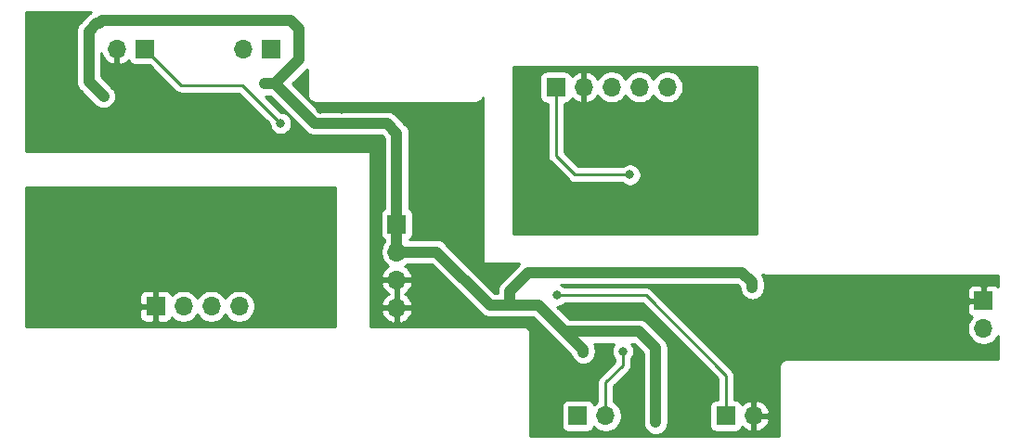
<source format=gbl>
%TF.GenerationSoftware,KiCad,Pcbnew,5.1.6-c6e7f7d~86~ubuntu20.04.1*%
%TF.CreationDate,2020-09-07T12:10:57+02:00*%
%TF.ProjectId,Driver,44726976-6572-42e6-9b69-6361645f7063,rev?*%
%TF.SameCoordinates,Original*%
%TF.FileFunction,Copper,L2,Bot*%
%TF.FilePolarity,Positive*%
%FSLAX46Y46*%
G04 Gerber Fmt 4.6, Leading zero omitted, Abs format (unit mm)*
G04 Created by KiCad (PCBNEW 5.1.6-c6e7f7d~86~ubuntu20.04.1) date 2020-09-07 12:10:57*
%MOMM*%
%LPD*%
G01*
G04 APERTURE LIST*
%TA.AperFunction,ComponentPad*%
%ADD10O,1.700000X1.700000*%
%TD*%
%TA.AperFunction,ComponentPad*%
%ADD11R,1.700000X1.700000*%
%TD*%
%TA.AperFunction,ViaPad*%
%ADD12C,0.800000*%
%TD*%
%TA.AperFunction,Conductor*%
%ADD13C,1.000000*%
%TD*%
%TA.AperFunction,Conductor*%
%ADD14C,0.250000*%
%TD*%
%TA.AperFunction,Conductor*%
%ADD15C,0.254000*%
%TD*%
G04 APERTURE END LIST*
D10*
%TO.P,J2,8*%
%TO.N,+5VD*%
X49120000Y-138500000D03*
D11*
%TO.P,J2,9*%
%TO.N,GNDD*%
X41500000Y-138500000D03*
D10*
%TO.P,J2,3*%
%TO.N,/PWM_H1_D*%
X44040000Y-138500000D03*
%TO.P,J2,4*%
%TO.N,/PWM_L1_D*%
X46580000Y-138500000D03*
%TO.P,J2,5*%
%TO.N,/PWM_H2_D*%
X85620000Y-118500000D03*
%TO.P,J2,6*%
%TO.N,/PWM_L2_D*%
X83080000Y-118500000D03*
%TO.P,J2,9*%
%TO.N,GNDD*%
X80540000Y-118500000D03*
D11*
%TO.P,J2,8*%
%TO.N,+5VD*%
X78000000Y-118500000D03*
D10*
%TO.P,J2,7*%
%TO.N,/N_GND_cmd*%
X88160000Y-118500000D03*
%TO.P,J2,2*%
%TO.N,GNDREF*%
X63500000Y-138620000D03*
D11*
%TO.P,J2,1*%
%TO.N,+15V*%
X63500000Y-131000000D03*
D10*
%TO.P,J2,2*%
%TO.N,GNDREF*%
X63500000Y-136080000D03*
%TO.P,J2,1*%
%TO.N,+15V*%
X63500000Y-133540000D03*
%TD*%
D11*
%TO.P,J1,20*%
%TO.N,/PWM_L2*%
X93500000Y-148500000D03*
D10*
%TO.P,J1,19*%
%TO.N,GNDREF*%
X96040000Y-148500000D03*
D11*
%TO.P,J1,22*%
%TO.N,/PWM_H2*%
X80000000Y-148500000D03*
D10*
%TO.P,J1,21*%
%TO.N,/SW_Node2*%
X82540000Y-148500000D03*
D11*
%TO.P,J1,24*%
%TO.N,/PWM_L1*%
X40500000Y-115000000D03*
D10*
%TO.P,J1,23*%
%TO.N,GNDREF*%
X37960000Y-115000000D03*
D11*
%TO.P,J1,26*%
%TO.N,/PWM_H1*%
X52000000Y-115000000D03*
D10*
%TO.P,J1,25*%
%TO.N,/SW_Node1*%
X49460000Y-115000000D03*
D11*
%TO.P,J1,28*%
%TO.N,GNDREF*%
X117000000Y-138000000D03*
D10*
%TO.P,J1,27*%
%TO.N,/Neutral_GND_cmd*%
X117000000Y-140540000D03*
%TD*%
D12*
%TO.N,GNDD*%
X50500000Y-136000000D03*
X50500000Y-134500000D03*
X41000000Y-134500000D03*
X41000000Y-136000000D03*
X81000000Y-123000000D03*
X81000000Y-124500000D03*
X91000000Y-123000000D03*
X91000000Y-124500000D03*
X93000000Y-123000000D03*
X93000000Y-124500000D03*
X75500000Y-124500000D03*
X75500000Y-123000000D03*
X56500000Y-134500000D03*
X56500000Y-136000000D03*
%TO.N,GNDREF*%
X33000000Y-123500000D03*
X35000000Y-123500000D03*
X37000000Y-123500000D03*
X66000000Y-136000000D03*
X66000000Y-138500000D03*
X68000000Y-138500000D03*
X100500000Y-142000000D03*
X102500000Y-142000000D03*
X104500000Y-142000000D03*
X100500000Y-136500000D03*
X102500000Y-136500000D03*
X104500000Y-136500000D03*
X56500000Y-120500000D03*
X58500000Y-120500000D03*
X66000000Y-131500000D03*
X66000000Y-130000000D03*
%TO.N,+15V*%
X36749969Y-119349969D03*
X51400000Y-118200000D03*
X80500000Y-142700000D03*
X95900000Y-136800000D03*
X87100000Y-149100000D03*
%TO.N,/SW_Node2*%
X84099998Y-142600000D03*
%TO.N,/PWM_L1*%
X52900000Y-121800000D03*
%TO.N,/PWM_L2*%
X78100000Y-137500000D03*
%TO.N,+5VD*%
X84750000Y-126500000D03*
%TD*%
D13*
%TO.N,+15V*%
X63500000Y-133540000D02*
X63500000Y-131000000D01*
X52400000Y-118200000D02*
X51400000Y-118200000D01*
X56000000Y-121800000D02*
X52400000Y-118200000D01*
X62600000Y-121800000D02*
X56000000Y-121800000D01*
X63500000Y-122700000D02*
X62600000Y-121800000D01*
X63500000Y-131000000D02*
X63500000Y-122700000D01*
X35400000Y-118000000D02*
X36749969Y-119349969D01*
X36149970Y-112650030D02*
X35400000Y-113400000D01*
X36349970Y-112650030D02*
X36149970Y-112650030D01*
X36600000Y-112400000D02*
X36349970Y-112650030D01*
X53800000Y-112400000D02*
X36600000Y-112400000D01*
X35400000Y-113400000D02*
X35400000Y-118000000D01*
X54600000Y-113200000D02*
X53800000Y-112400000D01*
X54600000Y-116000000D02*
X54600000Y-113200000D01*
X52400000Y-118200000D02*
X54600000Y-116000000D01*
X63500000Y-133540000D02*
X67140000Y-133540000D01*
X67140000Y-133540000D02*
X72000000Y-138400000D01*
X73800000Y-138400000D02*
X73800000Y-137100000D01*
X72000000Y-138400000D02*
X73800000Y-138400000D01*
X73800000Y-137100000D02*
X75500000Y-135400000D01*
X75500000Y-135400000D02*
X95000000Y-135400000D01*
X95900000Y-136300000D02*
X95900000Y-136800000D01*
X95000000Y-135400000D02*
X95900000Y-136300000D01*
X80500000Y-142500000D02*
X80500000Y-142700000D01*
X73800000Y-138400000D02*
X76400000Y-138400000D01*
X76400000Y-138400000D02*
X78800000Y-140800000D01*
X78800000Y-140800000D02*
X80500000Y-142500000D01*
X87100000Y-142300000D02*
X87100000Y-149100000D01*
X85600000Y-140800000D02*
X87100000Y-142300000D01*
X78800000Y-140800000D02*
X85600000Y-140800000D01*
D14*
%TO.N,/SW_Node2*%
X84100000Y-142600002D02*
X84099998Y-142600000D01*
X84100000Y-143900000D02*
X84100000Y-142600002D01*
X82540000Y-145460000D02*
X84100000Y-143900000D01*
X82540000Y-148500000D02*
X82540000Y-145460000D01*
%TO.N,/PWM_L1*%
X52900000Y-121800000D02*
X49400000Y-118300000D01*
X43800000Y-118300000D02*
X40500000Y-115000000D01*
X49400000Y-118300000D02*
X43800000Y-118300000D01*
%TO.N,/PWM_L2*%
X93500000Y-144800000D02*
X93500000Y-148500000D01*
X86200000Y-137500000D02*
X93500000Y-144800000D01*
X78100000Y-137500000D02*
X86200000Y-137500000D01*
%TO.N,+5VD*%
X84750000Y-126500000D02*
X79750000Y-126500000D01*
X78000000Y-124750000D02*
X78000000Y-118500000D01*
X79750000Y-126500000D02*
X78000000Y-124750000D01*
%TD*%
D15*
%TO.N,GNDREF*%
G36*
X35516347Y-111701746D02*
G01*
X35343521Y-111843581D01*
X35307974Y-111886895D01*
X34636865Y-112558004D01*
X34593551Y-112593551D01*
X34451716Y-112766377D01*
X34346325Y-112963553D01*
X34346324Y-112963554D01*
X34281423Y-113177502D01*
X34259509Y-113400000D01*
X34265000Y-113455752D01*
X34265001Y-117944239D01*
X34259509Y-118000000D01*
X34281423Y-118222498D01*
X34346324Y-118436446D01*
X34381309Y-118501898D01*
X34451717Y-118633623D01*
X34593552Y-118806449D01*
X34636860Y-118841991D01*
X35986825Y-120191957D01*
X36116345Y-120298252D01*
X36313521Y-120403644D01*
X36527469Y-120468545D01*
X36749968Y-120490459D01*
X36972467Y-120468545D01*
X37186415Y-120403644D01*
X37383591Y-120298252D01*
X37556417Y-120156417D01*
X37698252Y-119983591D01*
X37803644Y-119786415D01*
X37868545Y-119572467D01*
X37890459Y-119349968D01*
X37868545Y-119127469D01*
X37803644Y-118913521D01*
X37698252Y-118716345D01*
X37591957Y-118586825D01*
X36535000Y-117529869D01*
X36535000Y-115403352D01*
X36615843Y-115631252D01*
X36764822Y-115881355D01*
X36959731Y-116097588D01*
X37193080Y-116271641D01*
X37455901Y-116396825D01*
X37603110Y-116441476D01*
X37833000Y-116320155D01*
X37833000Y-115127000D01*
X37813000Y-115127000D01*
X37813000Y-114873000D01*
X37833000Y-114873000D01*
X37833000Y-114853000D01*
X38087000Y-114853000D01*
X38087000Y-114873000D01*
X38107000Y-114873000D01*
X38107000Y-115127000D01*
X38087000Y-115127000D01*
X38087000Y-116320155D01*
X38316890Y-116441476D01*
X38464099Y-116396825D01*
X38726920Y-116271641D01*
X38960269Y-116097588D01*
X39036034Y-116013534D01*
X39060498Y-116094180D01*
X39119463Y-116204494D01*
X39198815Y-116301185D01*
X39295506Y-116380537D01*
X39405820Y-116439502D01*
X39525518Y-116475812D01*
X39650000Y-116488072D01*
X40913271Y-116488072D01*
X43236200Y-118811002D01*
X43259999Y-118840001D01*
X43375724Y-118934974D01*
X43507753Y-119005546D01*
X43651014Y-119049003D01*
X43762667Y-119060000D01*
X43762675Y-119060000D01*
X43800000Y-119063676D01*
X43837325Y-119060000D01*
X49085199Y-119060000D01*
X51865000Y-121839803D01*
X51865000Y-121901939D01*
X51904774Y-122101898D01*
X51982795Y-122290256D01*
X52096063Y-122459774D01*
X52240226Y-122603937D01*
X52409744Y-122717205D01*
X52598102Y-122795226D01*
X52798061Y-122835000D01*
X53001939Y-122835000D01*
X53201898Y-122795226D01*
X53390256Y-122717205D01*
X53559774Y-122603937D01*
X53703937Y-122459774D01*
X53817205Y-122290256D01*
X53895226Y-122101898D01*
X53935000Y-121901939D01*
X53935000Y-121698061D01*
X53895226Y-121498102D01*
X53817205Y-121309744D01*
X53703937Y-121140226D01*
X53559774Y-120996063D01*
X53390256Y-120882795D01*
X53201898Y-120804774D01*
X53001939Y-120765000D01*
X52939803Y-120765000D01*
X51509802Y-119335000D01*
X51929869Y-119335000D01*
X55158009Y-122563141D01*
X55193551Y-122606449D01*
X55307542Y-122699999D01*
X55366377Y-122748284D01*
X55563553Y-122853676D01*
X55777501Y-122918577D01*
X56000000Y-122940491D01*
X56055752Y-122935000D01*
X62129869Y-122935000D01*
X62365001Y-123170133D01*
X62365000Y-129582317D01*
X62295506Y-129619463D01*
X62198815Y-129698815D01*
X62119463Y-129795506D01*
X62060498Y-129905820D01*
X62024188Y-130025518D01*
X62011928Y-130150000D01*
X62011928Y-131850000D01*
X62024188Y-131974482D01*
X62060498Y-132094180D01*
X62119463Y-132204494D01*
X62198815Y-132301185D01*
X62295506Y-132380537D01*
X62365000Y-132417683D01*
X62365000Y-132574893D01*
X62346525Y-132593368D01*
X62184010Y-132836589D01*
X62072068Y-133106842D01*
X62015000Y-133393740D01*
X62015000Y-133686260D01*
X62072068Y-133973158D01*
X62184010Y-134243411D01*
X62346525Y-134486632D01*
X62553368Y-134693475D01*
X62735534Y-134815195D01*
X62618645Y-134884822D01*
X62402412Y-135079731D01*
X62228359Y-135313080D01*
X62103175Y-135575901D01*
X62058524Y-135723110D01*
X62179845Y-135953000D01*
X63373000Y-135953000D01*
X63373000Y-135933000D01*
X63627000Y-135933000D01*
X63627000Y-135953000D01*
X64820155Y-135953000D01*
X64941476Y-135723110D01*
X64896825Y-135575901D01*
X64771641Y-135313080D01*
X64597588Y-135079731D01*
X64381355Y-134884822D01*
X64264466Y-134815195D01*
X64446632Y-134693475D01*
X64465107Y-134675000D01*
X66669869Y-134675000D01*
X71158009Y-139163141D01*
X71193551Y-139206449D01*
X71366377Y-139348284D01*
X71537035Y-139439502D01*
X71563553Y-139453676D01*
X71777501Y-139518577D01*
X72000000Y-139540491D01*
X72055751Y-139535000D01*
X73744248Y-139535000D01*
X73800000Y-139540491D01*
X73855751Y-139535000D01*
X75929869Y-139535000D01*
X77958013Y-141563146D01*
X77993551Y-141606449D01*
X78036854Y-141641987D01*
X78036856Y-141641989D01*
X78036867Y-141641998D01*
X79409315Y-143014447D01*
X79446324Y-143136447D01*
X79551716Y-143333623D01*
X79693552Y-143506449D01*
X79866378Y-143648284D01*
X80063554Y-143753676D01*
X80277502Y-143818577D01*
X80500000Y-143840491D01*
X80722499Y-143818577D01*
X80936447Y-143753676D01*
X81133623Y-143648284D01*
X81306449Y-143506449D01*
X81448284Y-143333623D01*
X81553676Y-143136446D01*
X81618577Y-142922498D01*
X81635000Y-142755751D01*
X81635000Y-142555751D01*
X81640491Y-142499999D01*
X81618577Y-142277501D01*
X81553676Y-142063553D01*
X81551776Y-142059999D01*
X81484963Y-141935000D01*
X83301287Y-141935000D01*
X83296061Y-141940226D01*
X83182793Y-142109744D01*
X83104772Y-142298102D01*
X83064998Y-142498061D01*
X83064998Y-142701939D01*
X83104772Y-142901898D01*
X83182793Y-143090256D01*
X83296061Y-143259774D01*
X83340000Y-143303713D01*
X83340000Y-143585198D01*
X82028998Y-144896201D01*
X82000000Y-144919999D01*
X81976202Y-144948997D01*
X81976201Y-144948998D01*
X81905026Y-145035724D01*
X81834454Y-145167754D01*
X81790998Y-145311015D01*
X81776324Y-145460000D01*
X81780001Y-145497332D01*
X81780000Y-147221821D01*
X81593368Y-147346525D01*
X81461513Y-147478380D01*
X81439502Y-147405820D01*
X81380537Y-147295506D01*
X81301185Y-147198815D01*
X81204494Y-147119463D01*
X81094180Y-147060498D01*
X80974482Y-147024188D01*
X80850000Y-147011928D01*
X79150000Y-147011928D01*
X79025518Y-147024188D01*
X78905820Y-147060498D01*
X78795506Y-147119463D01*
X78698815Y-147198815D01*
X78619463Y-147295506D01*
X78560498Y-147405820D01*
X78524188Y-147525518D01*
X78511928Y-147650000D01*
X78511928Y-149350000D01*
X78524188Y-149474482D01*
X78560498Y-149594180D01*
X78619463Y-149704494D01*
X78698815Y-149801185D01*
X78795506Y-149880537D01*
X78905820Y-149939502D01*
X79025518Y-149975812D01*
X79150000Y-149988072D01*
X80850000Y-149988072D01*
X80974482Y-149975812D01*
X81094180Y-149939502D01*
X81204494Y-149880537D01*
X81301185Y-149801185D01*
X81380537Y-149704494D01*
X81439502Y-149594180D01*
X81461513Y-149521620D01*
X81593368Y-149653475D01*
X81836589Y-149815990D01*
X82106842Y-149927932D01*
X82393740Y-149985000D01*
X82686260Y-149985000D01*
X82973158Y-149927932D01*
X83243411Y-149815990D01*
X83486632Y-149653475D01*
X83693475Y-149446632D01*
X83855990Y-149203411D01*
X83967932Y-148933158D01*
X84025000Y-148646260D01*
X84025000Y-148353740D01*
X83967932Y-148066842D01*
X83855990Y-147796589D01*
X83693475Y-147553368D01*
X83486632Y-147346525D01*
X83300000Y-147221822D01*
X83300000Y-145774801D01*
X84611004Y-144463798D01*
X84640001Y-144440001D01*
X84692753Y-144375723D01*
X84734974Y-144324277D01*
X84805546Y-144192247D01*
X84824615Y-144129383D01*
X84849003Y-144048986D01*
X84860000Y-143937333D01*
X84860000Y-143937324D01*
X84863676Y-143900001D01*
X84860000Y-143862678D01*
X84860000Y-143303709D01*
X84903935Y-143259774D01*
X85017203Y-143090256D01*
X85095224Y-142901898D01*
X85134998Y-142701939D01*
X85134998Y-142498061D01*
X85095224Y-142298102D01*
X85017203Y-142109744D01*
X84903935Y-141940226D01*
X84898709Y-141935000D01*
X85129869Y-141935000D01*
X85965000Y-142770132D01*
X85965001Y-149155752D01*
X85981424Y-149322499D01*
X86046325Y-149536447D01*
X86151717Y-149733623D01*
X86293552Y-149906449D01*
X86466378Y-150048284D01*
X86663554Y-150153676D01*
X86877502Y-150218577D01*
X87100000Y-150240491D01*
X87322499Y-150218577D01*
X87536447Y-150153676D01*
X87733623Y-150048284D01*
X87906449Y-149906449D01*
X88048284Y-149733623D01*
X88153676Y-149536447D01*
X88218577Y-149322499D01*
X88235000Y-149155752D01*
X88235000Y-142355741D01*
X88240490Y-142299999D01*
X88235000Y-142244257D01*
X88235000Y-142244248D01*
X88218577Y-142077501D01*
X88153676Y-141863553D01*
X88048284Y-141666377D01*
X87906449Y-141493551D01*
X87863140Y-141458008D01*
X86441996Y-140036865D01*
X86406449Y-139993551D01*
X86233623Y-139851716D01*
X86036447Y-139746324D01*
X85822499Y-139681423D01*
X85655752Y-139665000D01*
X85655751Y-139665000D01*
X85600000Y-139659509D01*
X85544249Y-139665000D01*
X79270133Y-139665000D01*
X78140132Y-138535000D01*
X78201939Y-138535000D01*
X78401898Y-138495226D01*
X78590256Y-138417205D01*
X78759774Y-138303937D01*
X78803711Y-138260000D01*
X85885199Y-138260000D01*
X92740000Y-145114802D01*
X92740001Y-147011928D01*
X92650000Y-147011928D01*
X92525518Y-147024188D01*
X92405820Y-147060498D01*
X92295506Y-147119463D01*
X92198815Y-147198815D01*
X92119463Y-147295506D01*
X92060498Y-147405820D01*
X92024188Y-147525518D01*
X92011928Y-147650000D01*
X92011928Y-149350000D01*
X92024188Y-149474482D01*
X92060498Y-149594180D01*
X92119463Y-149704494D01*
X92198815Y-149801185D01*
X92295506Y-149880537D01*
X92405820Y-149939502D01*
X92525518Y-149975812D01*
X92650000Y-149988072D01*
X94350000Y-149988072D01*
X94474482Y-149975812D01*
X94594180Y-149939502D01*
X94704494Y-149880537D01*
X94801185Y-149801185D01*
X94880537Y-149704494D01*
X94939502Y-149594180D01*
X94963966Y-149513534D01*
X95039731Y-149597588D01*
X95273080Y-149771641D01*
X95535901Y-149896825D01*
X95683110Y-149941476D01*
X95913000Y-149820155D01*
X95913000Y-148627000D01*
X96167000Y-148627000D01*
X96167000Y-149820155D01*
X96396890Y-149941476D01*
X96544099Y-149896825D01*
X96806920Y-149771641D01*
X97040269Y-149597588D01*
X97235178Y-149381355D01*
X97384157Y-149131252D01*
X97481481Y-148856891D01*
X97360814Y-148627000D01*
X96167000Y-148627000D01*
X95913000Y-148627000D01*
X95893000Y-148627000D01*
X95893000Y-148373000D01*
X95913000Y-148373000D01*
X95913000Y-147179845D01*
X96167000Y-147179845D01*
X96167000Y-148373000D01*
X97360814Y-148373000D01*
X97481481Y-148143109D01*
X97384157Y-147868748D01*
X97235178Y-147618645D01*
X97040269Y-147402412D01*
X96806920Y-147228359D01*
X96544099Y-147103175D01*
X96396890Y-147058524D01*
X96167000Y-147179845D01*
X95913000Y-147179845D01*
X95683110Y-147058524D01*
X95535901Y-147103175D01*
X95273080Y-147228359D01*
X95039731Y-147402412D01*
X94963966Y-147486466D01*
X94939502Y-147405820D01*
X94880537Y-147295506D01*
X94801185Y-147198815D01*
X94704494Y-147119463D01*
X94594180Y-147060498D01*
X94474482Y-147024188D01*
X94350000Y-147011928D01*
X94260000Y-147011928D01*
X94260000Y-144837322D01*
X94263676Y-144799999D01*
X94260000Y-144762677D01*
X94260000Y-144762667D01*
X94249003Y-144651014D01*
X94205546Y-144507753D01*
X94184804Y-144468948D01*
X94134974Y-144375723D01*
X94063799Y-144288997D01*
X94040001Y-144259999D01*
X94011004Y-144236202D01*
X86763804Y-136989003D01*
X86740001Y-136959999D01*
X86624276Y-136865026D01*
X86492247Y-136794454D01*
X86348986Y-136750997D01*
X86237333Y-136740000D01*
X86237322Y-136740000D01*
X86200000Y-136736324D01*
X86162678Y-136740000D01*
X78803711Y-136740000D01*
X78759774Y-136696063D01*
X78590256Y-136582795D01*
X78474869Y-136535000D01*
X94529869Y-136535000D01*
X94765000Y-136770132D01*
X94765000Y-136855752D01*
X94781423Y-137022499D01*
X94846324Y-137236447D01*
X94951717Y-137433623D01*
X95093552Y-137606449D01*
X95266378Y-137748284D01*
X95463554Y-137853676D01*
X95677502Y-137918577D01*
X95900000Y-137940491D01*
X96122499Y-137918577D01*
X96336447Y-137853676D01*
X96533623Y-137748284D01*
X96706449Y-137606449D01*
X96848284Y-137433623D01*
X96953676Y-137236446D01*
X96979899Y-137150000D01*
X115511928Y-137150000D01*
X115515000Y-137714250D01*
X115673750Y-137873000D01*
X116873000Y-137873000D01*
X116873000Y-136673750D01*
X116714250Y-136515000D01*
X116150000Y-136511928D01*
X116025518Y-136524188D01*
X115905820Y-136560498D01*
X115795506Y-136619463D01*
X115698815Y-136698815D01*
X115619463Y-136795506D01*
X115560498Y-136905820D01*
X115524188Y-137025518D01*
X115511928Y-137150000D01*
X96979899Y-137150000D01*
X97018577Y-137022498D01*
X97035000Y-136855751D01*
X97035000Y-136355743D01*
X97040490Y-136299999D01*
X97035000Y-136244255D01*
X97035000Y-136244248D01*
X97018577Y-136077501D01*
X97009120Y-136046324D01*
X96982784Y-135959509D01*
X96953676Y-135863553D01*
X96848284Y-135666377D01*
X96823477Y-135636150D01*
X96870617Y-135650450D01*
X96967581Y-135660000D01*
X97000000Y-135663193D01*
X97032419Y-135660000D01*
X118340000Y-135660000D01*
X118340000Y-136746112D01*
X118301185Y-136698815D01*
X118204494Y-136619463D01*
X118094180Y-136560498D01*
X117974482Y-136524188D01*
X117850000Y-136511928D01*
X117285750Y-136515000D01*
X117127000Y-136673750D01*
X117127000Y-137873000D01*
X117147000Y-137873000D01*
X117147000Y-138127000D01*
X117127000Y-138127000D01*
X117127000Y-138147000D01*
X116873000Y-138147000D01*
X116873000Y-138127000D01*
X115673750Y-138127000D01*
X115515000Y-138285750D01*
X115511928Y-138850000D01*
X115524188Y-138974482D01*
X115560498Y-139094180D01*
X115619463Y-139204494D01*
X115698815Y-139301185D01*
X115795506Y-139380537D01*
X115905820Y-139439502D01*
X115978380Y-139461513D01*
X115846525Y-139593368D01*
X115684010Y-139836589D01*
X115572068Y-140106842D01*
X115515000Y-140393740D01*
X115515000Y-140686260D01*
X115572068Y-140973158D01*
X115684010Y-141243411D01*
X115846525Y-141486632D01*
X116053368Y-141693475D01*
X116296589Y-141855990D01*
X116566842Y-141967932D01*
X116853740Y-142025000D01*
X117146260Y-142025000D01*
X117433158Y-141967932D01*
X117703411Y-141855990D01*
X117946632Y-141693475D01*
X118153475Y-141486632D01*
X118315990Y-141243411D01*
X118340001Y-141185444D01*
X118340001Y-143340000D01*
X99032419Y-143340000D01*
X99000000Y-143336807D01*
X98967581Y-143340000D01*
X98870617Y-143349550D01*
X98746207Y-143387290D01*
X98631550Y-143448575D01*
X98531052Y-143531052D01*
X98448575Y-143631550D01*
X98387290Y-143746207D01*
X98349550Y-143870617D01*
X98336807Y-144000000D01*
X98340000Y-144032419D01*
X98340001Y-150340000D01*
X75660000Y-150340000D01*
X75660000Y-141032419D01*
X75663193Y-141000000D01*
X75650450Y-140870617D01*
X75612710Y-140746207D01*
X75551425Y-140631550D01*
X75468948Y-140531052D01*
X75368450Y-140448575D01*
X75253793Y-140387290D01*
X75129383Y-140349550D01*
X75032419Y-140340000D01*
X75000000Y-140336807D01*
X74967581Y-140340000D01*
X61127676Y-140340000D01*
X61127676Y-138976890D01*
X62058524Y-138976890D01*
X62103175Y-139124099D01*
X62228359Y-139386920D01*
X62402412Y-139620269D01*
X62618645Y-139815178D01*
X62868748Y-139964157D01*
X63143109Y-140061481D01*
X63373000Y-139940814D01*
X63373000Y-138747000D01*
X63627000Y-138747000D01*
X63627000Y-139940814D01*
X63856891Y-140061481D01*
X64131252Y-139964157D01*
X64381355Y-139815178D01*
X64597588Y-139620269D01*
X64771641Y-139386920D01*
X64896825Y-139124099D01*
X64941476Y-138976890D01*
X64820155Y-138747000D01*
X63627000Y-138747000D01*
X63373000Y-138747000D01*
X62179845Y-138747000D01*
X62058524Y-138976890D01*
X61127676Y-138976890D01*
X61127676Y-136436890D01*
X62058524Y-136436890D01*
X62103175Y-136584099D01*
X62228359Y-136846920D01*
X62402412Y-137080269D01*
X62618645Y-137275178D01*
X62744255Y-137350000D01*
X62618645Y-137424822D01*
X62402412Y-137619731D01*
X62228359Y-137853080D01*
X62103175Y-138115901D01*
X62058524Y-138263110D01*
X62179845Y-138493000D01*
X63373000Y-138493000D01*
X63373000Y-136207000D01*
X63627000Y-136207000D01*
X63627000Y-138493000D01*
X64820155Y-138493000D01*
X64941476Y-138263110D01*
X64896825Y-138115901D01*
X64771641Y-137853080D01*
X64597588Y-137619731D01*
X64381355Y-137424822D01*
X64255745Y-137350000D01*
X64381355Y-137275178D01*
X64597588Y-137080269D01*
X64771641Y-136846920D01*
X64896825Y-136584099D01*
X64941476Y-136436890D01*
X64820155Y-136207000D01*
X63627000Y-136207000D01*
X63373000Y-136207000D01*
X62179845Y-136207000D01*
X62058524Y-136436890D01*
X61127676Y-136436890D01*
X61127676Y-124500000D01*
X61125236Y-124475224D01*
X61118009Y-124451399D01*
X61106273Y-124429443D01*
X61090479Y-124410197D01*
X61071233Y-124394403D01*
X61049277Y-124382667D01*
X61025452Y-124375440D01*
X61000676Y-124373000D01*
X29660000Y-124373000D01*
X29660000Y-111660000D01*
X35594449Y-111660000D01*
X35516347Y-111701746D01*
G37*
X35516347Y-111701746D02*
X35343521Y-111843581D01*
X35307974Y-111886895D01*
X34636865Y-112558004D01*
X34593551Y-112593551D01*
X34451716Y-112766377D01*
X34346325Y-112963553D01*
X34346324Y-112963554D01*
X34281423Y-113177502D01*
X34259509Y-113400000D01*
X34265000Y-113455752D01*
X34265001Y-117944239D01*
X34259509Y-118000000D01*
X34281423Y-118222498D01*
X34346324Y-118436446D01*
X34381309Y-118501898D01*
X34451717Y-118633623D01*
X34593552Y-118806449D01*
X34636860Y-118841991D01*
X35986825Y-120191957D01*
X36116345Y-120298252D01*
X36313521Y-120403644D01*
X36527469Y-120468545D01*
X36749968Y-120490459D01*
X36972467Y-120468545D01*
X37186415Y-120403644D01*
X37383591Y-120298252D01*
X37556417Y-120156417D01*
X37698252Y-119983591D01*
X37803644Y-119786415D01*
X37868545Y-119572467D01*
X37890459Y-119349968D01*
X37868545Y-119127469D01*
X37803644Y-118913521D01*
X37698252Y-118716345D01*
X37591957Y-118586825D01*
X36535000Y-117529869D01*
X36535000Y-115403352D01*
X36615843Y-115631252D01*
X36764822Y-115881355D01*
X36959731Y-116097588D01*
X37193080Y-116271641D01*
X37455901Y-116396825D01*
X37603110Y-116441476D01*
X37833000Y-116320155D01*
X37833000Y-115127000D01*
X37813000Y-115127000D01*
X37813000Y-114873000D01*
X37833000Y-114873000D01*
X37833000Y-114853000D01*
X38087000Y-114853000D01*
X38087000Y-114873000D01*
X38107000Y-114873000D01*
X38107000Y-115127000D01*
X38087000Y-115127000D01*
X38087000Y-116320155D01*
X38316890Y-116441476D01*
X38464099Y-116396825D01*
X38726920Y-116271641D01*
X38960269Y-116097588D01*
X39036034Y-116013534D01*
X39060498Y-116094180D01*
X39119463Y-116204494D01*
X39198815Y-116301185D01*
X39295506Y-116380537D01*
X39405820Y-116439502D01*
X39525518Y-116475812D01*
X39650000Y-116488072D01*
X40913271Y-116488072D01*
X43236200Y-118811002D01*
X43259999Y-118840001D01*
X43375724Y-118934974D01*
X43507753Y-119005546D01*
X43651014Y-119049003D01*
X43762667Y-119060000D01*
X43762675Y-119060000D01*
X43800000Y-119063676D01*
X43837325Y-119060000D01*
X49085199Y-119060000D01*
X51865000Y-121839803D01*
X51865000Y-121901939D01*
X51904774Y-122101898D01*
X51982795Y-122290256D01*
X52096063Y-122459774D01*
X52240226Y-122603937D01*
X52409744Y-122717205D01*
X52598102Y-122795226D01*
X52798061Y-122835000D01*
X53001939Y-122835000D01*
X53201898Y-122795226D01*
X53390256Y-122717205D01*
X53559774Y-122603937D01*
X53703937Y-122459774D01*
X53817205Y-122290256D01*
X53895226Y-122101898D01*
X53935000Y-121901939D01*
X53935000Y-121698061D01*
X53895226Y-121498102D01*
X53817205Y-121309744D01*
X53703937Y-121140226D01*
X53559774Y-120996063D01*
X53390256Y-120882795D01*
X53201898Y-120804774D01*
X53001939Y-120765000D01*
X52939803Y-120765000D01*
X51509802Y-119335000D01*
X51929869Y-119335000D01*
X55158009Y-122563141D01*
X55193551Y-122606449D01*
X55307542Y-122699999D01*
X55366377Y-122748284D01*
X55563553Y-122853676D01*
X55777501Y-122918577D01*
X56000000Y-122940491D01*
X56055752Y-122935000D01*
X62129869Y-122935000D01*
X62365001Y-123170133D01*
X62365000Y-129582317D01*
X62295506Y-129619463D01*
X62198815Y-129698815D01*
X62119463Y-129795506D01*
X62060498Y-129905820D01*
X62024188Y-130025518D01*
X62011928Y-130150000D01*
X62011928Y-131850000D01*
X62024188Y-131974482D01*
X62060498Y-132094180D01*
X62119463Y-132204494D01*
X62198815Y-132301185D01*
X62295506Y-132380537D01*
X62365000Y-132417683D01*
X62365000Y-132574893D01*
X62346525Y-132593368D01*
X62184010Y-132836589D01*
X62072068Y-133106842D01*
X62015000Y-133393740D01*
X62015000Y-133686260D01*
X62072068Y-133973158D01*
X62184010Y-134243411D01*
X62346525Y-134486632D01*
X62553368Y-134693475D01*
X62735534Y-134815195D01*
X62618645Y-134884822D01*
X62402412Y-135079731D01*
X62228359Y-135313080D01*
X62103175Y-135575901D01*
X62058524Y-135723110D01*
X62179845Y-135953000D01*
X63373000Y-135953000D01*
X63373000Y-135933000D01*
X63627000Y-135933000D01*
X63627000Y-135953000D01*
X64820155Y-135953000D01*
X64941476Y-135723110D01*
X64896825Y-135575901D01*
X64771641Y-135313080D01*
X64597588Y-135079731D01*
X64381355Y-134884822D01*
X64264466Y-134815195D01*
X64446632Y-134693475D01*
X64465107Y-134675000D01*
X66669869Y-134675000D01*
X71158009Y-139163141D01*
X71193551Y-139206449D01*
X71366377Y-139348284D01*
X71537035Y-139439502D01*
X71563553Y-139453676D01*
X71777501Y-139518577D01*
X72000000Y-139540491D01*
X72055751Y-139535000D01*
X73744248Y-139535000D01*
X73800000Y-139540491D01*
X73855751Y-139535000D01*
X75929869Y-139535000D01*
X77958013Y-141563146D01*
X77993551Y-141606449D01*
X78036854Y-141641987D01*
X78036856Y-141641989D01*
X78036867Y-141641998D01*
X79409315Y-143014447D01*
X79446324Y-143136447D01*
X79551716Y-143333623D01*
X79693552Y-143506449D01*
X79866378Y-143648284D01*
X80063554Y-143753676D01*
X80277502Y-143818577D01*
X80500000Y-143840491D01*
X80722499Y-143818577D01*
X80936447Y-143753676D01*
X81133623Y-143648284D01*
X81306449Y-143506449D01*
X81448284Y-143333623D01*
X81553676Y-143136446D01*
X81618577Y-142922498D01*
X81635000Y-142755751D01*
X81635000Y-142555751D01*
X81640491Y-142499999D01*
X81618577Y-142277501D01*
X81553676Y-142063553D01*
X81551776Y-142059999D01*
X81484963Y-141935000D01*
X83301287Y-141935000D01*
X83296061Y-141940226D01*
X83182793Y-142109744D01*
X83104772Y-142298102D01*
X83064998Y-142498061D01*
X83064998Y-142701939D01*
X83104772Y-142901898D01*
X83182793Y-143090256D01*
X83296061Y-143259774D01*
X83340000Y-143303713D01*
X83340000Y-143585198D01*
X82028998Y-144896201D01*
X82000000Y-144919999D01*
X81976202Y-144948997D01*
X81976201Y-144948998D01*
X81905026Y-145035724D01*
X81834454Y-145167754D01*
X81790998Y-145311015D01*
X81776324Y-145460000D01*
X81780001Y-145497332D01*
X81780000Y-147221821D01*
X81593368Y-147346525D01*
X81461513Y-147478380D01*
X81439502Y-147405820D01*
X81380537Y-147295506D01*
X81301185Y-147198815D01*
X81204494Y-147119463D01*
X81094180Y-147060498D01*
X80974482Y-147024188D01*
X80850000Y-147011928D01*
X79150000Y-147011928D01*
X79025518Y-147024188D01*
X78905820Y-147060498D01*
X78795506Y-147119463D01*
X78698815Y-147198815D01*
X78619463Y-147295506D01*
X78560498Y-147405820D01*
X78524188Y-147525518D01*
X78511928Y-147650000D01*
X78511928Y-149350000D01*
X78524188Y-149474482D01*
X78560498Y-149594180D01*
X78619463Y-149704494D01*
X78698815Y-149801185D01*
X78795506Y-149880537D01*
X78905820Y-149939502D01*
X79025518Y-149975812D01*
X79150000Y-149988072D01*
X80850000Y-149988072D01*
X80974482Y-149975812D01*
X81094180Y-149939502D01*
X81204494Y-149880537D01*
X81301185Y-149801185D01*
X81380537Y-149704494D01*
X81439502Y-149594180D01*
X81461513Y-149521620D01*
X81593368Y-149653475D01*
X81836589Y-149815990D01*
X82106842Y-149927932D01*
X82393740Y-149985000D01*
X82686260Y-149985000D01*
X82973158Y-149927932D01*
X83243411Y-149815990D01*
X83486632Y-149653475D01*
X83693475Y-149446632D01*
X83855990Y-149203411D01*
X83967932Y-148933158D01*
X84025000Y-148646260D01*
X84025000Y-148353740D01*
X83967932Y-148066842D01*
X83855990Y-147796589D01*
X83693475Y-147553368D01*
X83486632Y-147346525D01*
X83300000Y-147221822D01*
X83300000Y-145774801D01*
X84611004Y-144463798D01*
X84640001Y-144440001D01*
X84692753Y-144375723D01*
X84734974Y-144324277D01*
X84805546Y-144192247D01*
X84824615Y-144129383D01*
X84849003Y-144048986D01*
X84860000Y-143937333D01*
X84860000Y-143937324D01*
X84863676Y-143900001D01*
X84860000Y-143862678D01*
X84860000Y-143303709D01*
X84903935Y-143259774D01*
X85017203Y-143090256D01*
X85095224Y-142901898D01*
X85134998Y-142701939D01*
X85134998Y-142498061D01*
X85095224Y-142298102D01*
X85017203Y-142109744D01*
X84903935Y-141940226D01*
X84898709Y-141935000D01*
X85129869Y-141935000D01*
X85965000Y-142770132D01*
X85965001Y-149155752D01*
X85981424Y-149322499D01*
X86046325Y-149536447D01*
X86151717Y-149733623D01*
X86293552Y-149906449D01*
X86466378Y-150048284D01*
X86663554Y-150153676D01*
X86877502Y-150218577D01*
X87100000Y-150240491D01*
X87322499Y-150218577D01*
X87536447Y-150153676D01*
X87733623Y-150048284D01*
X87906449Y-149906449D01*
X88048284Y-149733623D01*
X88153676Y-149536447D01*
X88218577Y-149322499D01*
X88235000Y-149155752D01*
X88235000Y-142355741D01*
X88240490Y-142299999D01*
X88235000Y-142244257D01*
X88235000Y-142244248D01*
X88218577Y-142077501D01*
X88153676Y-141863553D01*
X88048284Y-141666377D01*
X87906449Y-141493551D01*
X87863140Y-141458008D01*
X86441996Y-140036865D01*
X86406449Y-139993551D01*
X86233623Y-139851716D01*
X86036447Y-139746324D01*
X85822499Y-139681423D01*
X85655752Y-139665000D01*
X85655751Y-139665000D01*
X85600000Y-139659509D01*
X85544249Y-139665000D01*
X79270133Y-139665000D01*
X78140132Y-138535000D01*
X78201939Y-138535000D01*
X78401898Y-138495226D01*
X78590256Y-138417205D01*
X78759774Y-138303937D01*
X78803711Y-138260000D01*
X85885199Y-138260000D01*
X92740000Y-145114802D01*
X92740001Y-147011928D01*
X92650000Y-147011928D01*
X92525518Y-147024188D01*
X92405820Y-147060498D01*
X92295506Y-147119463D01*
X92198815Y-147198815D01*
X92119463Y-147295506D01*
X92060498Y-147405820D01*
X92024188Y-147525518D01*
X92011928Y-147650000D01*
X92011928Y-149350000D01*
X92024188Y-149474482D01*
X92060498Y-149594180D01*
X92119463Y-149704494D01*
X92198815Y-149801185D01*
X92295506Y-149880537D01*
X92405820Y-149939502D01*
X92525518Y-149975812D01*
X92650000Y-149988072D01*
X94350000Y-149988072D01*
X94474482Y-149975812D01*
X94594180Y-149939502D01*
X94704494Y-149880537D01*
X94801185Y-149801185D01*
X94880537Y-149704494D01*
X94939502Y-149594180D01*
X94963966Y-149513534D01*
X95039731Y-149597588D01*
X95273080Y-149771641D01*
X95535901Y-149896825D01*
X95683110Y-149941476D01*
X95913000Y-149820155D01*
X95913000Y-148627000D01*
X96167000Y-148627000D01*
X96167000Y-149820155D01*
X96396890Y-149941476D01*
X96544099Y-149896825D01*
X96806920Y-149771641D01*
X97040269Y-149597588D01*
X97235178Y-149381355D01*
X97384157Y-149131252D01*
X97481481Y-148856891D01*
X97360814Y-148627000D01*
X96167000Y-148627000D01*
X95913000Y-148627000D01*
X95893000Y-148627000D01*
X95893000Y-148373000D01*
X95913000Y-148373000D01*
X95913000Y-147179845D01*
X96167000Y-147179845D01*
X96167000Y-148373000D01*
X97360814Y-148373000D01*
X97481481Y-148143109D01*
X97384157Y-147868748D01*
X97235178Y-147618645D01*
X97040269Y-147402412D01*
X96806920Y-147228359D01*
X96544099Y-147103175D01*
X96396890Y-147058524D01*
X96167000Y-147179845D01*
X95913000Y-147179845D01*
X95683110Y-147058524D01*
X95535901Y-147103175D01*
X95273080Y-147228359D01*
X95039731Y-147402412D01*
X94963966Y-147486466D01*
X94939502Y-147405820D01*
X94880537Y-147295506D01*
X94801185Y-147198815D01*
X94704494Y-147119463D01*
X94594180Y-147060498D01*
X94474482Y-147024188D01*
X94350000Y-147011928D01*
X94260000Y-147011928D01*
X94260000Y-144837322D01*
X94263676Y-144799999D01*
X94260000Y-144762677D01*
X94260000Y-144762667D01*
X94249003Y-144651014D01*
X94205546Y-144507753D01*
X94184804Y-144468948D01*
X94134974Y-144375723D01*
X94063799Y-144288997D01*
X94040001Y-144259999D01*
X94011004Y-144236202D01*
X86763804Y-136989003D01*
X86740001Y-136959999D01*
X86624276Y-136865026D01*
X86492247Y-136794454D01*
X86348986Y-136750997D01*
X86237333Y-136740000D01*
X86237322Y-136740000D01*
X86200000Y-136736324D01*
X86162678Y-136740000D01*
X78803711Y-136740000D01*
X78759774Y-136696063D01*
X78590256Y-136582795D01*
X78474869Y-136535000D01*
X94529869Y-136535000D01*
X94765000Y-136770132D01*
X94765000Y-136855752D01*
X94781423Y-137022499D01*
X94846324Y-137236447D01*
X94951717Y-137433623D01*
X95093552Y-137606449D01*
X95266378Y-137748284D01*
X95463554Y-137853676D01*
X95677502Y-137918577D01*
X95900000Y-137940491D01*
X96122499Y-137918577D01*
X96336447Y-137853676D01*
X96533623Y-137748284D01*
X96706449Y-137606449D01*
X96848284Y-137433623D01*
X96953676Y-137236446D01*
X96979899Y-137150000D01*
X115511928Y-137150000D01*
X115515000Y-137714250D01*
X115673750Y-137873000D01*
X116873000Y-137873000D01*
X116873000Y-136673750D01*
X116714250Y-136515000D01*
X116150000Y-136511928D01*
X116025518Y-136524188D01*
X115905820Y-136560498D01*
X115795506Y-136619463D01*
X115698815Y-136698815D01*
X115619463Y-136795506D01*
X115560498Y-136905820D01*
X115524188Y-137025518D01*
X115511928Y-137150000D01*
X96979899Y-137150000D01*
X97018577Y-137022498D01*
X97035000Y-136855751D01*
X97035000Y-136355743D01*
X97040490Y-136299999D01*
X97035000Y-136244255D01*
X97035000Y-136244248D01*
X97018577Y-136077501D01*
X97009120Y-136046324D01*
X96982784Y-135959509D01*
X96953676Y-135863553D01*
X96848284Y-135666377D01*
X96823477Y-135636150D01*
X96870617Y-135650450D01*
X96967581Y-135660000D01*
X97000000Y-135663193D01*
X97032419Y-135660000D01*
X118340000Y-135660000D01*
X118340000Y-136746112D01*
X118301185Y-136698815D01*
X118204494Y-136619463D01*
X118094180Y-136560498D01*
X117974482Y-136524188D01*
X117850000Y-136511928D01*
X117285750Y-136515000D01*
X117127000Y-136673750D01*
X117127000Y-137873000D01*
X117147000Y-137873000D01*
X117147000Y-138127000D01*
X117127000Y-138127000D01*
X117127000Y-138147000D01*
X116873000Y-138147000D01*
X116873000Y-138127000D01*
X115673750Y-138127000D01*
X115515000Y-138285750D01*
X115511928Y-138850000D01*
X115524188Y-138974482D01*
X115560498Y-139094180D01*
X115619463Y-139204494D01*
X115698815Y-139301185D01*
X115795506Y-139380537D01*
X115905820Y-139439502D01*
X115978380Y-139461513D01*
X115846525Y-139593368D01*
X115684010Y-139836589D01*
X115572068Y-140106842D01*
X115515000Y-140393740D01*
X115515000Y-140686260D01*
X115572068Y-140973158D01*
X115684010Y-141243411D01*
X115846525Y-141486632D01*
X116053368Y-141693475D01*
X116296589Y-141855990D01*
X116566842Y-141967932D01*
X116853740Y-142025000D01*
X117146260Y-142025000D01*
X117433158Y-141967932D01*
X117703411Y-141855990D01*
X117946632Y-141693475D01*
X118153475Y-141486632D01*
X118315990Y-141243411D01*
X118340001Y-141185444D01*
X118340001Y-143340000D01*
X99032419Y-143340000D01*
X99000000Y-143336807D01*
X98967581Y-143340000D01*
X98870617Y-143349550D01*
X98746207Y-143387290D01*
X98631550Y-143448575D01*
X98531052Y-143531052D01*
X98448575Y-143631550D01*
X98387290Y-143746207D01*
X98349550Y-143870617D01*
X98336807Y-144000000D01*
X98340000Y-144032419D01*
X98340001Y-150340000D01*
X75660000Y-150340000D01*
X75660000Y-141032419D01*
X75663193Y-141000000D01*
X75650450Y-140870617D01*
X75612710Y-140746207D01*
X75551425Y-140631550D01*
X75468948Y-140531052D01*
X75368450Y-140448575D01*
X75253793Y-140387290D01*
X75129383Y-140349550D01*
X75032419Y-140340000D01*
X75000000Y-140336807D01*
X74967581Y-140340000D01*
X61127676Y-140340000D01*
X61127676Y-138976890D01*
X62058524Y-138976890D01*
X62103175Y-139124099D01*
X62228359Y-139386920D01*
X62402412Y-139620269D01*
X62618645Y-139815178D01*
X62868748Y-139964157D01*
X63143109Y-140061481D01*
X63373000Y-139940814D01*
X63373000Y-138747000D01*
X63627000Y-138747000D01*
X63627000Y-139940814D01*
X63856891Y-140061481D01*
X64131252Y-139964157D01*
X64381355Y-139815178D01*
X64597588Y-139620269D01*
X64771641Y-139386920D01*
X64896825Y-139124099D01*
X64941476Y-138976890D01*
X64820155Y-138747000D01*
X63627000Y-138747000D01*
X63373000Y-138747000D01*
X62179845Y-138747000D01*
X62058524Y-138976890D01*
X61127676Y-138976890D01*
X61127676Y-136436890D01*
X62058524Y-136436890D01*
X62103175Y-136584099D01*
X62228359Y-136846920D01*
X62402412Y-137080269D01*
X62618645Y-137275178D01*
X62744255Y-137350000D01*
X62618645Y-137424822D01*
X62402412Y-137619731D01*
X62228359Y-137853080D01*
X62103175Y-138115901D01*
X62058524Y-138263110D01*
X62179845Y-138493000D01*
X63373000Y-138493000D01*
X63373000Y-136207000D01*
X63627000Y-136207000D01*
X63627000Y-138493000D01*
X64820155Y-138493000D01*
X64941476Y-138263110D01*
X64896825Y-138115901D01*
X64771641Y-137853080D01*
X64597588Y-137619731D01*
X64381355Y-137424822D01*
X64255745Y-137350000D01*
X64381355Y-137275178D01*
X64597588Y-137080269D01*
X64771641Y-136846920D01*
X64896825Y-136584099D01*
X64941476Y-136436890D01*
X64820155Y-136207000D01*
X63627000Y-136207000D01*
X63373000Y-136207000D01*
X62179845Y-136207000D01*
X62058524Y-136436890D01*
X61127676Y-136436890D01*
X61127676Y-124500000D01*
X61125236Y-124475224D01*
X61118009Y-124451399D01*
X61106273Y-124429443D01*
X61090479Y-124410197D01*
X61071233Y-124394403D01*
X61049277Y-124382667D01*
X61025452Y-124375440D01*
X61000676Y-124373000D01*
X29660000Y-124373000D01*
X29660000Y-111660000D01*
X35594449Y-111660000D01*
X35516347Y-111701746D01*
G36*
X55340000Y-119217580D02*
G01*
X55336807Y-119250000D01*
X55349550Y-119379383D01*
X55387290Y-119503793D01*
X55448575Y-119618450D01*
X55519190Y-119704494D01*
X55531052Y-119718948D01*
X55631550Y-119801425D01*
X55746207Y-119862710D01*
X55870617Y-119900450D01*
X56000000Y-119913193D01*
X56032419Y-119910000D01*
X70717581Y-119910000D01*
X70750000Y-119913193D01*
X70782419Y-119910000D01*
X70879383Y-119900450D01*
X71003793Y-119862710D01*
X71118450Y-119801425D01*
X71218948Y-119718948D01*
X71301425Y-119618450D01*
X71362710Y-119503793D01*
X71373676Y-119467644D01*
X71373676Y-134500000D01*
X71376116Y-134524776D01*
X71383343Y-134548601D01*
X71395079Y-134570557D01*
X71410873Y-134589803D01*
X71430119Y-134605597D01*
X71452075Y-134617333D01*
X71475900Y-134624560D01*
X71500676Y-134627000D01*
X74666101Y-134627000D01*
X74658009Y-134636860D01*
X73036860Y-136258009D01*
X72993552Y-136293551D01*
X72851717Y-136466377D01*
X72746324Y-136663553D01*
X72681423Y-136877501D01*
X72681423Y-136877502D01*
X72659509Y-137100000D01*
X72665000Y-137155751D01*
X72665000Y-137265000D01*
X72470132Y-137265000D01*
X67981996Y-132776865D01*
X67946449Y-132733551D01*
X67773623Y-132591716D01*
X67576447Y-132486324D01*
X67362499Y-132421423D01*
X67195752Y-132405000D01*
X67195751Y-132405000D01*
X67140000Y-132399509D01*
X67084249Y-132405000D01*
X64658728Y-132405000D01*
X64704494Y-132380537D01*
X64801185Y-132301185D01*
X64880537Y-132204494D01*
X64939502Y-132094180D01*
X64975812Y-131974482D01*
X64988072Y-131850000D01*
X64988072Y-130150000D01*
X64975812Y-130025518D01*
X64939502Y-129905820D01*
X64880537Y-129795506D01*
X64801185Y-129698815D01*
X64704494Y-129619463D01*
X64635000Y-129582317D01*
X64635000Y-122755743D01*
X64640490Y-122699999D01*
X64635000Y-122644255D01*
X64635000Y-122644248D01*
X64618577Y-122477501D01*
X64553676Y-122263553D01*
X64448284Y-122066377D01*
X64306449Y-121893551D01*
X64263140Y-121858008D01*
X63441995Y-121036864D01*
X63406449Y-120993551D01*
X63233623Y-120851716D01*
X63036447Y-120746324D01*
X62822499Y-120681423D01*
X62655752Y-120665000D01*
X62655751Y-120665000D01*
X62600000Y-120659509D01*
X62544249Y-120665000D01*
X56470132Y-120665000D01*
X54005131Y-118200000D01*
X55340001Y-116865131D01*
X55340000Y-119217580D01*
G37*
X55340000Y-119217580D02*
X55336807Y-119250000D01*
X55349550Y-119379383D01*
X55387290Y-119503793D01*
X55448575Y-119618450D01*
X55519190Y-119704494D01*
X55531052Y-119718948D01*
X55631550Y-119801425D01*
X55746207Y-119862710D01*
X55870617Y-119900450D01*
X56000000Y-119913193D01*
X56032419Y-119910000D01*
X70717581Y-119910000D01*
X70750000Y-119913193D01*
X70782419Y-119910000D01*
X70879383Y-119900450D01*
X71003793Y-119862710D01*
X71118450Y-119801425D01*
X71218948Y-119718948D01*
X71301425Y-119618450D01*
X71362710Y-119503793D01*
X71373676Y-119467644D01*
X71373676Y-134500000D01*
X71376116Y-134524776D01*
X71383343Y-134548601D01*
X71395079Y-134570557D01*
X71410873Y-134589803D01*
X71430119Y-134605597D01*
X71452075Y-134617333D01*
X71475900Y-134624560D01*
X71500676Y-134627000D01*
X74666101Y-134627000D01*
X74658009Y-134636860D01*
X73036860Y-136258009D01*
X72993552Y-136293551D01*
X72851717Y-136466377D01*
X72746324Y-136663553D01*
X72681423Y-136877501D01*
X72681423Y-136877502D01*
X72659509Y-137100000D01*
X72665000Y-137155751D01*
X72665000Y-137265000D01*
X72470132Y-137265000D01*
X67981996Y-132776865D01*
X67946449Y-132733551D01*
X67773623Y-132591716D01*
X67576447Y-132486324D01*
X67362499Y-132421423D01*
X67195752Y-132405000D01*
X67195751Y-132405000D01*
X67140000Y-132399509D01*
X67084249Y-132405000D01*
X64658728Y-132405000D01*
X64704494Y-132380537D01*
X64801185Y-132301185D01*
X64880537Y-132204494D01*
X64939502Y-132094180D01*
X64975812Y-131974482D01*
X64988072Y-131850000D01*
X64988072Y-130150000D01*
X64975812Y-130025518D01*
X64939502Y-129905820D01*
X64880537Y-129795506D01*
X64801185Y-129698815D01*
X64704494Y-129619463D01*
X64635000Y-129582317D01*
X64635000Y-122755743D01*
X64640490Y-122699999D01*
X64635000Y-122644255D01*
X64635000Y-122644248D01*
X64618577Y-122477501D01*
X64553676Y-122263553D01*
X64448284Y-122066377D01*
X64306449Y-121893551D01*
X64263140Y-121858008D01*
X63441995Y-121036864D01*
X63406449Y-120993551D01*
X63233623Y-120851716D01*
X63036447Y-120746324D01*
X62822499Y-120681423D01*
X62655752Y-120665000D01*
X62655751Y-120665000D01*
X62600000Y-120659509D01*
X62544249Y-120665000D01*
X56470132Y-120665000D01*
X54005131Y-118200000D01*
X55340001Y-116865131D01*
X55340000Y-119217580D01*
%TO.N,GNDD*%
G36*
X57873000Y-140340000D02*
G01*
X29660000Y-140340000D01*
X29660000Y-139350000D01*
X40011928Y-139350000D01*
X40024188Y-139474482D01*
X40060498Y-139594180D01*
X40119463Y-139704494D01*
X40198815Y-139801185D01*
X40295506Y-139880537D01*
X40405820Y-139939502D01*
X40525518Y-139975812D01*
X40650000Y-139988072D01*
X41214250Y-139985000D01*
X41373000Y-139826250D01*
X41373000Y-138627000D01*
X40173750Y-138627000D01*
X40015000Y-138785750D01*
X40011928Y-139350000D01*
X29660000Y-139350000D01*
X29660000Y-137650000D01*
X40011928Y-137650000D01*
X40015000Y-138214250D01*
X40173750Y-138373000D01*
X41373000Y-138373000D01*
X41373000Y-137173750D01*
X41627000Y-137173750D01*
X41627000Y-138373000D01*
X41647000Y-138373000D01*
X41647000Y-138627000D01*
X41627000Y-138627000D01*
X41627000Y-139826250D01*
X41785750Y-139985000D01*
X42350000Y-139988072D01*
X42474482Y-139975812D01*
X42594180Y-139939502D01*
X42704494Y-139880537D01*
X42801185Y-139801185D01*
X42880537Y-139704494D01*
X42939502Y-139594180D01*
X42961513Y-139521620D01*
X43093368Y-139653475D01*
X43336589Y-139815990D01*
X43606842Y-139927932D01*
X43893740Y-139985000D01*
X44186260Y-139985000D01*
X44473158Y-139927932D01*
X44743411Y-139815990D01*
X44986632Y-139653475D01*
X45193475Y-139446632D01*
X45310000Y-139272240D01*
X45426525Y-139446632D01*
X45633368Y-139653475D01*
X45876589Y-139815990D01*
X46146842Y-139927932D01*
X46433740Y-139985000D01*
X46726260Y-139985000D01*
X47013158Y-139927932D01*
X47283411Y-139815990D01*
X47526632Y-139653475D01*
X47733475Y-139446632D01*
X47850000Y-139272240D01*
X47966525Y-139446632D01*
X48173368Y-139653475D01*
X48416589Y-139815990D01*
X48686842Y-139927932D01*
X48973740Y-139985000D01*
X49266260Y-139985000D01*
X49553158Y-139927932D01*
X49823411Y-139815990D01*
X50066632Y-139653475D01*
X50273475Y-139446632D01*
X50435990Y-139203411D01*
X50547932Y-138933158D01*
X50605000Y-138646260D01*
X50605000Y-138353740D01*
X50547932Y-138066842D01*
X50435990Y-137796589D01*
X50273475Y-137553368D01*
X50066632Y-137346525D01*
X49823411Y-137184010D01*
X49553158Y-137072068D01*
X49266260Y-137015000D01*
X48973740Y-137015000D01*
X48686842Y-137072068D01*
X48416589Y-137184010D01*
X48173368Y-137346525D01*
X47966525Y-137553368D01*
X47850000Y-137727760D01*
X47733475Y-137553368D01*
X47526632Y-137346525D01*
X47283411Y-137184010D01*
X47013158Y-137072068D01*
X46726260Y-137015000D01*
X46433740Y-137015000D01*
X46146842Y-137072068D01*
X45876589Y-137184010D01*
X45633368Y-137346525D01*
X45426525Y-137553368D01*
X45310000Y-137727760D01*
X45193475Y-137553368D01*
X44986632Y-137346525D01*
X44743411Y-137184010D01*
X44473158Y-137072068D01*
X44186260Y-137015000D01*
X43893740Y-137015000D01*
X43606842Y-137072068D01*
X43336589Y-137184010D01*
X43093368Y-137346525D01*
X42961513Y-137478380D01*
X42939502Y-137405820D01*
X42880537Y-137295506D01*
X42801185Y-137198815D01*
X42704494Y-137119463D01*
X42594180Y-137060498D01*
X42474482Y-137024188D01*
X42350000Y-137011928D01*
X41785750Y-137015000D01*
X41627000Y-137173750D01*
X41373000Y-137173750D01*
X41214250Y-137015000D01*
X40650000Y-137011928D01*
X40525518Y-137024188D01*
X40405820Y-137060498D01*
X40295506Y-137119463D01*
X40198815Y-137198815D01*
X40119463Y-137295506D01*
X40060498Y-137405820D01*
X40024188Y-137525518D01*
X40011928Y-137650000D01*
X29660000Y-137650000D01*
X29660000Y-127627000D01*
X57873000Y-127627000D01*
X57873000Y-140340000D01*
G37*
X57873000Y-140340000D02*
X29660000Y-140340000D01*
X29660000Y-139350000D01*
X40011928Y-139350000D01*
X40024188Y-139474482D01*
X40060498Y-139594180D01*
X40119463Y-139704494D01*
X40198815Y-139801185D01*
X40295506Y-139880537D01*
X40405820Y-139939502D01*
X40525518Y-139975812D01*
X40650000Y-139988072D01*
X41214250Y-139985000D01*
X41373000Y-139826250D01*
X41373000Y-138627000D01*
X40173750Y-138627000D01*
X40015000Y-138785750D01*
X40011928Y-139350000D01*
X29660000Y-139350000D01*
X29660000Y-137650000D01*
X40011928Y-137650000D01*
X40015000Y-138214250D01*
X40173750Y-138373000D01*
X41373000Y-138373000D01*
X41373000Y-137173750D01*
X41627000Y-137173750D01*
X41627000Y-138373000D01*
X41647000Y-138373000D01*
X41647000Y-138627000D01*
X41627000Y-138627000D01*
X41627000Y-139826250D01*
X41785750Y-139985000D01*
X42350000Y-139988072D01*
X42474482Y-139975812D01*
X42594180Y-139939502D01*
X42704494Y-139880537D01*
X42801185Y-139801185D01*
X42880537Y-139704494D01*
X42939502Y-139594180D01*
X42961513Y-139521620D01*
X43093368Y-139653475D01*
X43336589Y-139815990D01*
X43606842Y-139927932D01*
X43893740Y-139985000D01*
X44186260Y-139985000D01*
X44473158Y-139927932D01*
X44743411Y-139815990D01*
X44986632Y-139653475D01*
X45193475Y-139446632D01*
X45310000Y-139272240D01*
X45426525Y-139446632D01*
X45633368Y-139653475D01*
X45876589Y-139815990D01*
X46146842Y-139927932D01*
X46433740Y-139985000D01*
X46726260Y-139985000D01*
X47013158Y-139927932D01*
X47283411Y-139815990D01*
X47526632Y-139653475D01*
X47733475Y-139446632D01*
X47850000Y-139272240D01*
X47966525Y-139446632D01*
X48173368Y-139653475D01*
X48416589Y-139815990D01*
X48686842Y-139927932D01*
X48973740Y-139985000D01*
X49266260Y-139985000D01*
X49553158Y-139927932D01*
X49823411Y-139815990D01*
X50066632Y-139653475D01*
X50273475Y-139446632D01*
X50435990Y-139203411D01*
X50547932Y-138933158D01*
X50605000Y-138646260D01*
X50605000Y-138353740D01*
X50547932Y-138066842D01*
X50435990Y-137796589D01*
X50273475Y-137553368D01*
X50066632Y-137346525D01*
X49823411Y-137184010D01*
X49553158Y-137072068D01*
X49266260Y-137015000D01*
X48973740Y-137015000D01*
X48686842Y-137072068D01*
X48416589Y-137184010D01*
X48173368Y-137346525D01*
X47966525Y-137553368D01*
X47850000Y-137727760D01*
X47733475Y-137553368D01*
X47526632Y-137346525D01*
X47283411Y-137184010D01*
X47013158Y-137072068D01*
X46726260Y-137015000D01*
X46433740Y-137015000D01*
X46146842Y-137072068D01*
X45876589Y-137184010D01*
X45633368Y-137346525D01*
X45426525Y-137553368D01*
X45310000Y-137727760D01*
X45193475Y-137553368D01*
X44986632Y-137346525D01*
X44743411Y-137184010D01*
X44473158Y-137072068D01*
X44186260Y-137015000D01*
X43893740Y-137015000D01*
X43606842Y-137072068D01*
X43336589Y-137184010D01*
X43093368Y-137346525D01*
X42961513Y-137478380D01*
X42939502Y-137405820D01*
X42880537Y-137295506D01*
X42801185Y-137198815D01*
X42704494Y-137119463D01*
X42594180Y-137060498D01*
X42474482Y-137024188D01*
X42350000Y-137011928D01*
X41785750Y-137015000D01*
X41627000Y-137173750D01*
X41373000Y-137173750D01*
X41214250Y-137015000D01*
X40650000Y-137011928D01*
X40525518Y-137024188D01*
X40405820Y-137060498D01*
X40295506Y-137119463D01*
X40198815Y-137198815D01*
X40119463Y-137295506D01*
X40060498Y-137405820D01*
X40024188Y-137525518D01*
X40011928Y-137650000D01*
X29660000Y-137650000D01*
X29660000Y-127627000D01*
X57873000Y-127627000D01*
X57873000Y-140340000D01*
G36*
X96340001Y-131873000D02*
G01*
X74127000Y-131873000D01*
X74127000Y-117650000D01*
X76511928Y-117650000D01*
X76511928Y-119350000D01*
X76524188Y-119474482D01*
X76560498Y-119594180D01*
X76619463Y-119704494D01*
X76698815Y-119801185D01*
X76795506Y-119880537D01*
X76905820Y-119939502D01*
X77025518Y-119975812D01*
X77150000Y-119988072D01*
X77240001Y-119988072D01*
X77240000Y-124712677D01*
X77236324Y-124750000D01*
X77240000Y-124787322D01*
X77240000Y-124787332D01*
X77250997Y-124898985D01*
X77294454Y-125042246D01*
X77365026Y-125174276D01*
X77404871Y-125222826D01*
X77459999Y-125290001D01*
X77489003Y-125313804D01*
X79186201Y-127011003D01*
X79209999Y-127040001D01*
X79325724Y-127134974D01*
X79457753Y-127205546D01*
X79601014Y-127249003D01*
X79712667Y-127260000D01*
X79712675Y-127260000D01*
X79750000Y-127263676D01*
X79787325Y-127260000D01*
X84046289Y-127260000D01*
X84090226Y-127303937D01*
X84259744Y-127417205D01*
X84448102Y-127495226D01*
X84648061Y-127535000D01*
X84851939Y-127535000D01*
X85051898Y-127495226D01*
X85240256Y-127417205D01*
X85409774Y-127303937D01*
X85553937Y-127159774D01*
X85667205Y-126990256D01*
X85745226Y-126801898D01*
X85785000Y-126601939D01*
X85785000Y-126398061D01*
X85745226Y-126198102D01*
X85667205Y-126009744D01*
X85553937Y-125840226D01*
X85409774Y-125696063D01*
X85240256Y-125582795D01*
X85051898Y-125504774D01*
X84851939Y-125465000D01*
X84648061Y-125465000D01*
X84448102Y-125504774D01*
X84259744Y-125582795D01*
X84090226Y-125696063D01*
X84046289Y-125740000D01*
X80064802Y-125740000D01*
X78760000Y-124435199D01*
X78760000Y-119988072D01*
X78850000Y-119988072D01*
X78974482Y-119975812D01*
X79094180Y-119939502D01*
X79204494Y-119880537D01*
X79301185Y-119801185D01*
X79380537Y-119704494D01*
X79439502Y-119594180D01*
X79463966Y-119513534D01*
X79539731Y-119597588D01*
X79773080Y-119771641D01*
X80035901Y-119896825D01*
X80183110Y-119941476D01*
X80413000Y-119820155D01*
X80413000Y-118627000D01*
X80393000Y-118627000D01*
X80393000Y-118373000D01*
X80413000Y-118373000D01*
X80413000Y-117179845D01*
X80667000Y-117179845D01*
X80667000Y-118373000D01*
X80687000Y-118373000D01*
X80687000Y-118627000D01*
X80667000Y-118627000D01*
X80667000Y-119820155D01*
X80896890Y-119941476D01*
X81044099Y-119896825D01*
X81306920Y-119771641D01*
X81540269Y-119597588D01*
X81735178Y-119381355D01*
X81804805Y-119264466D01*
X81926525Y-119446632D01*
X82133368Y-119653475D01*
X82376589Y-119815990D01*
X82646842Y-119927932D01*
X82933740Y-119985000D01*
X83226260Y-119985000D01*
X83513158Y-119927932D01*
X83783411Y-119815990D01*
X84026632Y-119653475D01*
X84233475Y-119446632D01*
X84350000Y-119272240D01*
X84466525Y-119446632D01*
X84673368Y-119653475D01*
X84916589Y-119815990D01*
X85186842Y-119927932D01*
X85473740Y-119985000D01*
X85766260Y-119985000D01*
X86053158Y-119927932D01*
X86323411Y-119815990D01*
X86566632Y-119653475D01*
X86773475Y-119446632D01*
X86890000Y-119272240D01*
X87006525Y-119446632D01*
X87213368Y-119653475D01*
X87456589Y-119815990D01*
X87726842Y-119927932D01*
X88013740Y-119985000D01*
X88306260Y-119985000D01*
X88593158Y-119927932D01*
X88863411Y-119815990D01*
X89106632Y-119653475D01*
X89313475Y-119446632D01*
X89475990Y-119203411D01*
X89587932Y-118933158D01*
X89645000Y-118646260D01*
X89645000Y-118353740D01*
X89587932Y-118066842D01*
X89475990Y-117796589D01*
X89313475Y-117553368D01*
X89106632Y-117346525D01*
X88863411Y-117184010D01*
X88593158Y-117072068D01*
X88306260Y-117015000D01*
X88013740Y-117015000D01*
X87726842Y-117072068D01*
X87456589Y-117184010D01*
X87213368Y-117346525D01*
X87006525Y-117553368D01*
X86890000Y-117727760D01*
X86773475Y-117553368D01*
X86566632Y-117346525D01*
X86323411Y-117184010D01*
X86053158Y-117072068D01*
X85766260Y-117015000D01*
X85473740Y-117015000D01*
X85186842Y-117072068D01*
X84916589Y-117184010D01*
X84673368Y-117346525D01*
X84466525Y-117553368D01*
X84350000Y-117727760D01*
X84233475Y-117553368D01*
X84026632Y-117346525D01*
X83783411Y-117184010D01*
X83513158Y-117072068D01*
X83226260Y-117015000D01*
X82933740Y-117015000D01*
X82646842Y-117072068D01*
X82376589Y-117184010D01*
X82133368Y-117346525D01*
X81926525Y-117553368D01*
X81804805Y-117735534D01*
X81735178Y-117618645D01*
X81540269Y-117402412D01*
X81306920Y-117228359D01*
X81044099Y-117103175D01*
X80896890Y-117058524D01*
X80667000Y-117179845D01*
X80413000Y-117179845D01*
X80183110Y-117058524D01*
X80035901Y-117103175D01*
X79773080Y-117228359D01*
X79539731Y-117402412D01*
X79463966Y-117486466D01*
X79439502Y-117405820D01*
X79380537Y-117295506D01*
X79301185Y-117198815D01*
X79204494Y-117119463D01*
X79094180Y-117060498D01*
X78974482Y-117024188D01*
X78850000Y-117011928D01*
X77150000Y-117011928D01*
X77025518Y-117024188D01*
X76905820Y-117060498D01*
X76795506Y-117119463D01*
X76698815Y-117198815D01*
X76619463Y-117295506D01*
X76560498Y-117405820D01*
X76524188Y-117525518D01*
X76511928Y-117650000D01*
X74127000Y-117650000D01*
X74127000Y-116660000D01*
X96340000Y-116660000D01*
X96340001Y-131873000D01*
G37*
X96340001Y-131873000D02*
X74127000Y-131873000D01*
X74127000Y-117650000D01*
X76511928Y-117650000D01*
X76511928Y-119350000D01*
X76524188Y-119474482D01*
X76560498Y-119594180D01*
X76619463Y-119704494D01*
X76698815Y-119801185D01*
X76795506Y-119880537D01*
X76905820Y-119939502D01*
X77025518Y-119975812D01*
X77150000Y-119988072D01*
X77240001Y-119988072D01*
X77240000Y-124712677D01*
X77236324Y-124750000D01*
X77240000Y-124787322D01*
X77240000Y-124787332D01*
X77250997Y-124898985D01*
X77294454Y-125042246D01*
X77365026Y-125174276D01*
X77404871Y-125222826D01*
X77459999Y-125290001D01*
X77489003Y-125313804D01*
X79186201Y-127011003D01*
X79209999Y-127040001D01*
X79325724Y-127134974D01*
X79457753Y-127205546D01*
X79601014Y-127249003D01*
X79712667Y-127260000D01*
X79712675Y-127260000D01*
X79750000Y-127263676D01*
X79787325Y-127260000D01*
X84046289Y-127260000D01*
X84090226Y-127303937D01*
X84259744Y-127417205D01*
X84448102Y-127495226D01*
X84648061Y-127535000D01*
X84851939Y-127535000D01*
X85051898Y-127495226D01*
X85240256Y-127417205D01*
X85409774Y-127303937D01*
X85553937Y-127159774D01*
X85667205Y-126990256D01*
X85745226Y-126801898D01*
X85785000Y-126601939D01*
X85785000Y-126398061D01*
X85745226Y-126198102D01*
X85667205Y-126009744D01*
X85553937Y-125840226D01*
X85409774Y-125696063D01*
X85240256Y-125582795D01*
X85051898Y-125504774D01*
X84851939Y-125465000D01*
X84648061Y-125465000D01*
X84448102Y-125504774D01*
X84259744Y-125582795D01*
X84090226Y-125696063D01*
X84046289Y-125740000D01*
X80064802Y-125740000D01*
X78760000Y-124435199D01*
X78760000Y-119988072D01*
X78850000Y-119988072D01*
X78974482Y-119975812D01*
X79094180Y-119939502D01*
X79204494Y-119880537D01*
X79301185Y-119801185D01*
X79380537Y-119704494D01*
X79439502Y-119594180D01*
X79463966Y-119513534D01*
X79539731Y-119597588D01*
X79773080Y-119771641D01*
X80035901Y-119896825D01*
X80183110Y-119941476D01*
X80413000Y-119820155D01*
X80413000Y-118627000D01*
X80393000Y-118627000D01*
X80393000Y-118373000D01*
X80413000Y-118373000D01*
X80413000Y-117179845D01*
X80667000Y-117179845D01*
X80667000Y-118373000D01*
X80687000Y-118373000D01*
X80687000Y-118627000D01*
X80667000Y-118627000D01*
X80667000Y-119820155D01*
X80896890Y-119941476D01*
X81044099Y-119896825D01*
X81306920Y-119771641D01*
X81540269Y-119597588D01*
X81735178Y-119381355D01*
X81804805Y-119264466D01*
X81926525Y-119446632D01*
X82133368Y-119653475D01*
X82376589Y-119815990D01*
X82646842Y-119927932D01*
X82933740Y-119985000D01*
X83226260Y-119985000D01*
X83513158Y-119927932D01*
X83783411Y-119815990D01*
X84026632Y-119653475D01*
X84233475Y-119446632D01*
X84350000Y-119272240D01*
X84466525Y-119446632D01*
X84673368Y-119653475D01*
X84916589Y-119815990D01*
X85186842Y-119927932D01*
X85473740Y-119985000D01*
X85766260Y-119985000D01*
X86053158Y-119927932D01*
X86323411Y-119815990D01*
X86566632Y-119653475D01*
X86773475Y-119446632D01*
X86890000Y-119272240D01*
X87006525Y-119446632D01*
X87213368Y-119653475D01*
X87456589Y-119815990D01*
X87726842Y-119927932D01*
X88013740Y-119985000D01*
X88306260Y-119985000D01*
X88593158Y-119927932D01*
X88863411Y-119815990D01*
X89106632Y-119653475D01*
X89313475Y-119446632D01*
X89475990Y-119203411D01*
X89587932Y-118933158D01*
X89645000Y-118646260D01*
X89645000Y-118353740D01*
X89587932Y-118066842D01*
X89475990Y-117796589D01*
X89313475Y-117553368D01*
X89106632Y-117346525D01*
X88863411Y-117184010D01*
X88593158Y-117072068D01*
X88306260Y-117015000D01*
X88013740Y-117015000D01*
X87726842Y-117072068D01*
X87456589Y-117184010D01*
X87213368Y-117346525D01*
X87006525Y-117553368D01*
X86890000Y-117727760D01*
X86773475Y-117553368D01*
X86566632Y-117346525D01*
X86323411Y-117184010D01*
X86053158Y-117072068D01*
X85766260Y-117015000D01*
X85473740Y-117015000D01*
X85186842Y-117072068D01*
X84916589Y-117184010D01*
X84673368Y-117346525D01*
X84466525Y-117553368D01*
X84350000Y-117727760D01*
X84233475Y-117553368D01*
X84026632Y-117346525D01*
X83783411Y-117184010D01*
X83513158Y-117072068D01*
X83226260Y-117015000D01*
X82933740Y-117015000D01*
X82646842Y-117072068D01*
X82376589Y-117184010D01*
X82133368Y-117346525D01*
X81926525Y-117553368D01*
X81804805Y-117735534D01*
X81735178Y-117618645D01*
X81540269Y-117402412D01*
X81306920Y-117228359D01*
X81044099Y-117103175D01*
X80896890Y-117058524D01*
X80667000Y-117179845D01*
X80413000Y-117179845D01*
X80183110Y-117058524D01*
X80035901Y-117103175D01*
X79773080Y-117228359D01*
X79539731Y-117402412D01*
X79463966Y-117486466D01*
X79439502Y-117405820D01*
X79380537Y-117295506D01*
X79301185Y-117198815D01*
X79204494Y-117119463D01*
X79094180Y-117060498D01*
X78974482Y-117024188D01*
X78850000Y-117011928D01*
X77150000Y-117011928D01*
X77025518Y-117024188D01*
X76905820Y-117060498D01*
X76795506Y-117119463D01*
X76698815Y-117198815D01*
X76619463Y-117295506D01*
X76560498Y-117405820D01*
X76524188Y-117525518D01*
X76511928Y-117650000D01*
X74127000Y-117650000D01*
X74127000Y-116660000D01*
X96340000Y-116660000D01*
X96340001Y-131873000D01*
%TD*%
M02*

</source>
